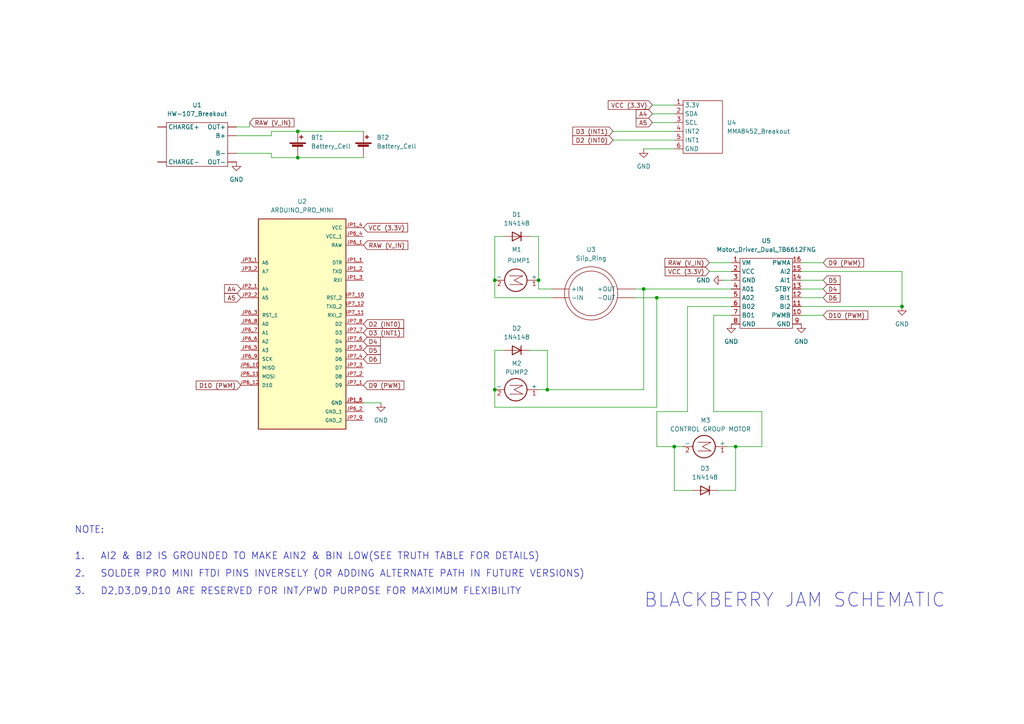
<source format=kicad_sch>
(kicad_sch (version 20211123) (generator eeschema)
  (paper "A4")
  (title_block (date "2022-04-17"))
  (lib_symbols
    (symbol "BlackberryJam_library:ARDUINO_PRO_MINI" (pin_names (offset 1.016))
      (property "Reference" "U" (at -1.27 31.75 0))
      (property "Value" "ARDUINO_PRO_MINI" (at -8.89 34.29 0))
      (symbol "ARDUINO_PRO_MINI_0_0"
        (rectangle (start -12.7 -30.48) (end 12.7 30.48) (stroke (width 0.254)) (fill (type background)))
        (pin input line (at 17.78 17.78 180) (length 5.08) (name "DTR") (number "JP1_1"))
        (pin bidirectional line (at 17.78 15.24 180) (length 5.08) (name "TXO") (number "JP1_2"))
        (pin bidirectional line (at 17.78 12.7 180) (length 5.08) (name "RXI") (number "JP1_3"))
        (pin power_in line (at 17.78 27.94 180) (length 5.08) (name "VCC") (number "JP1_4"))
        (pin power_in line (at 17.78 -22.86 180) (length 5.08) (name "GND") (number "JP1_5"))
        (pin power_in line (at 17.78 -22.86 180) (length 5.08) (name "GND") (number "JP1_6"))
        (pin bidirectional line (at -17.78 10.16 0) (length 5.08) (name "A4") (number "JP2_1"))
        (pin bidirectional line (at -17.78 7.62 0) (length 5.08) (name "A5") (number "JP2_2"))
        (pin input line (at -17.78 17.78 0) (length 5.08) (name "A6") (number "JP3_1"))
        (pin input line (at -17.78 15.24 0) (length 5.08) (name "A7") (number "JP3_2"))
        (pin power_in line (at 17.78 22.86 180) (length 5.08) (name "RAW") (number "JP6_1"))
        (pin bidirectional line (at -17.78 -12.7 0) (length 5.08) (name "MISO") (number "JP6_10"))
        (pin bidirectional line (at -17.78 -15.24 0) (length 5.08) (name "MOSI") (number "JP6_11"))
        (pin bidirectional line (at -17.78 -17.78 0) (length 5.08) (name "D10") (number "JP6_12"))
        (pin power_in line (at 17.78 -25.4 180) (length 5.08) (name "GND_1") (number "JP6_2"))
        (pin input line (at -17.78 2.54 0) (length 5.08) (name "RST_1") (number "JP6_3"))
        (pin power_in line (at 17.78 25.4 180) (length 5.08) (name "VCC_1") (number "JP6_4"))
        (pin bidirectional line (at -17.78 -7.62 0) (length 5.08) (name "A3") (number "JP6_5"))
        (pin bidirectional line (at -17.78 -5.08 0) (length 5.08) (name "A2") (number "JP6_6"))
        (pin bidirectional line (at -17.78 -2.54 0) (length 5.08) (name "A1") (number "JP6_7"))
        (pin bidirectional line (at -17.78 0 0) (length 5.08) (name "A0") (number "JP6_8"))
        (pin bidirectional line (at -17.78 -10.16 0) (length 5.08) (name "SCK") (number "JP6_9"))
        (pin bidirectional line (at 17.78 -17.78 180) (length 5.08) (name "D9") (number "JP7_1"))
        (pin input line (at 17.78 7.62 180) (length 5.08) (name "RST_2") (number "JP7_10"))
        (pin bidirectional line (at 17.78 2.54 180) (length 5.08) (name "RXI_2") (number "JP7_11"))
        (pin bidirectional line (at 17.78 5.08 180) (length 5.08) (name "TXO_2") (number "JP7_12"))
        (pin bidirectional line (at 17.78 -15.24 180) (length 5.08) (name "D8") (number "JP7_2"))
        (pin bidirectional line (at 17.78 -12.7 180) (length 5.08) (name "D7") (number "JP7_3"))
        (pin bidirectional line (at 17.78 -10.16 180) (length 5.08) (name "D6") (number "JP7_4"))
        (pin bidirectional line (at 17.78 -7.62 180) (length 5.08) (name "D5") (number "JP7_5"))
        (pin bidirectional line (at 17.78 -5.08 180) (length 5.08) (name "D4") (number "JP7_6"))
        (pin bidirectional line (at 17.78 -2.54 180) (length 5.08) (name "D3") (number "JP7_7"))
        (pin bidirectional line (at 17.78 0 180) (length 5.08) (name "D2") (number "JP7_8"))
        (pin power_in line (at 17.78 -27.94 180) (length 5.08) (name "GND_2") (number "JP7_9"))
      )
    )
    (symbol "BlackberryJam_library:HW-107_Breakout"
      (property "Reference" "U?" (at 0 11.43 0))
      (property "Value" "HW-107_Breakout" (at 0 8.89 0))
      (symbol "HW-107_Breakout_0_1"
        (rectangle (start -8.89 6.35) (end 8.89 -6.35))
      )
      (symbol "HW-107_Breakout_1_1"
        (pin input line (at 11.43 2.54 180) (length 2.54) (name "B+") (number ""))
        (pin input line (at 11.43 -2.54 180) (length 2.54) (name "B-") (number ""))
        (pin input line (at -11.43 5.08 0) (length 2.54) (name "CHARGE+") (number ""))
        (pin input line (at -11.43 -5.08 0) (length 2.54) (name "CHARGE-") (number ""))
        (pin output line (at 11.43 5.08 180) (length 2.54) (name "OUT+") (number ""))
        (pin output line (at 11.43 -5.08 180) (length 2.54) (name "OUT-") (number ""))
      )
    )
    (symbol "BlackberryJam_library:MMA8452_Breakout"
      (property "Reference" "U" (at 7.62 16.51 0))
      (property "Value" "MMA8452_Breakout" (at 7.62 19.05 0))
      (symbol "MMA8452_Breakout_0_1"
        (rectangle (start 2.54 15.24) (end 13.97 0))
      )
      (symbol "MMA8452_Breakout_1_1"
        (pin power_in line (at 0 13.97 0) (length 2.54) (name "3.3V") (number "1"))
        (pin input line (at 0 11.43 0) (length 2.54) (name "SDA") (number "2"))
        (pin input line (at 0 8.89 0) (length 2.54) (name "SCL") (number "3"))
        (pin input line (at 0 6.35 0) (length 2.54) (name "INT2") (number "4"))
        (pin input line (at 0 3.81 0) (length 2.54) (name "INT1") (number "5"))
        (pin input line (at 0 1.27 0) (length 2.54) (name "GND") (number "6"))
      )
    )
    (symbol "BlackberryJam_library:Motor_Driver_Dual_TB6612FNG"
      (property "Reference" "U5" (at 0 13.97 0))
      (property "Value" "Motor_Driver_Dual_TB6612FNG" (at 0 11.43 0))
      (symbol "Motor_Driver_Dual_TB6612FNG_0_1"
        (rectangle (start -7.62 8.89) (end 7.62 -11.43))
      )
      (symbol "Motor_Driver_Dual_TB6612FNG_1_1"
        (pin input line (at -10.16 7.62 0) (length 2.54) (name "VM") (number "1"))
        (pin input line (at 10.16 -7.62 180) (length 2.54) (name "PWMB") (number "10"))
        (pin input line (at 10.16 -5.08 180) (length 2.54) (name "BI2") (number "11"))
        (pin input line (at 10.16 -2.54 180) (length 2.54) (name "BI1") (number "12"))
        (pin input line (at 10.16 0 180) (length 2.54) (name "STBY") (number "13"))
        (pin input line (at 10.16 2.54 180) (length 2.54) (name "AI1") (number "14"))
        (pin input line (at 10.16 5.08 180) (length 2.54) (name "AI2") (number "15"))
        (pin input line (at 10.16 7.62 180) (length 2.54) (name "PWMA") (number "16"))
        (pin input line (at -10.16 5.08 0) (length 2.54) (name "VCC") (number "2"))
        (pin input line (at -10.16 2.54 0) (length 2.54) (name "GND") (number "3"))
        (pin input line (at -10.16 0 0) (length 2.54) (name "A01") (number "4"))
        (pin input line (at -10.16 -2.54 0) (length 2.54) (name "A02") (number "5"))
        (pin input line (at -10.16 -5.08 0) (length 2.54) (name "B02") (number "6"))
        (pin input line (at -10.16 -7.62 0) (length 2.54) (name "B01") (number "7"))
        (pin input line (at -10.16 -10.16 0) (length 2.54) (name "GND") (number "8"))
        (pin input line (at 10.16 -10.16 180) (length 2.54) (name "GND") (number "9"))
      )
    )
    (symbol "BlackberryJam_library:Slip_Ring"
      (property "Reference" "U" (at 0 10.16 0))
      (property "Value" "Slip_Ring" (at 0 12.7 0))
      (symbol "Slip_Ring_0_1"
        (circle (center 0 0) (radius 6.4758))
        (circle (center 0 0) (radius 7.7251))
      )
      (symbol "Slip_Ring_1_1"
        (pin input line (at -11.43 1.27 0) (length 5.08) (name "+IN") (number ""))
        (pin input line (at 12.7 1.27 180) (length 5.08) (name "+OUT") (number ""))
        (pin input line (at -11.43 -1.27 0) (length 5.08) (name "-IN") (number ""))
        (pin output line (at 12.7 -1.27 180) (length 5.08) (name "-OUT") (number ""))
      )
    )
    (symbol "Device:Battery_Cell" (pin_numbers hide) (pin_names (offset 0) hide)
      (property "Reference" "BT" (at 2.54 2.54 0))
      (property "Value" "Battery_Cell" (at 2.54 0 0))
      (symbol "Battery_Cell_0_1"
        (rectangle (start -2.286 1.778) (end 2.286 1.524) (fill (type outline)))
        (rectangle (start -1.5748 1.1938) (end 1.4732 0.6858) (fill (type outline)))
        (polyline (pts (xy 0 0.762) (xy 0 0)))
        (polyline (pts (xy 0 1.778) (xy 0 2.54)))
        (polyline (pts (xy 0.508 3.429) (xy 1.524 3.429)) (stroke (width 0.254)))
        (polyline (pts (xy 1.016 3.937) (xy 1.016 2.921)) (stroke (width 0.254)))
      )
      (symbol "Battery_Cell_1_1"
        (pin passive line (at 0 5.08 270) (length 2.54) (name "+") (number "1"))
        (pin passive line (at 0 -2.54 90) (length 2.54) (name "-") (number "2"))
      )
    )
    (symbol "Diode:1N4148" (pin_numbers hide) (pin_names (offset 1.016) hide)
      (property "Reference" "D" (at 0 2.54 0))
      (property "Value" "1N4148" (at 0 -2.54 0))
      (symbol "1N4148_0_1"
        (polyline (pts (xy -1.27 1.27) (xy -1.27 -1.27)) (stroke (width 0.254)))
        (polyline (pts (xy 1.27 0) (xy -1.27 0)))
        (polyline (pts (xy 1.27 1.27) (xy 1.27 -1.27) (xy -1.27 0) (xy 1.27 1.27)) (stroke (width 0.254)))
      )
      (symbol "1N4148_1_1"
        (pin passive line (at -3.81 0 0) (length 2.54) (name "K") (number "1"))
        (pin passive line (at 3.81 0 180) (length 2.54) (name "A") (number "2"))
      )
    )
    (symbol "Motor:Motor_DC" (pin_names (offset 0))
      (property "Reference" "M" (at 2.54 2.54 0))
      (property "Value" "Motor_DC" (at 2.54 -5.08 0))
      (symbol "Motor_DC_0_0"
        (polyline (pts (xy -1.27 -3.302) (xy -1.27 0.508) (xy 0 -2.032) (xy 1.27 0.508) (xy 1.27 -3.302)))
      )
      (symbol "Motor_DC_0_1"
        (circle (center 0 -1.524) (radius 3.2512) (stroke (width 0.254)))
        (polyline (pts (xy 0 -7.62) (xy 0 -7.112)))
        (polyline (pts (xy 0 -4.7752) (xy 0 -5.1816)))
        (polyline (pts (xy 0 1.7272) (xy 0 2.0828)))
        (polyline (pts (xy 0 2.032) (xy 0 2.54)))
      )
      (symbol "Motor_DC_1_1"
        (pin passive line (at 0 5.08 270) (length 2.54) (name "+") (number "1"))
        (pin passive line (at 0 -7.62 90) (length 2.54) (name "-") (number "2"))
      )
    )
    (symbol "power:GND" (power) (pin_names (offset 0))
      (property "Value" "GND" (at 0 -3.81 0))
      (symbol "GND_0_1"
        (polyline (pts (xy 0 0) (xy 0 -1.27) (xy 1.27 -1.27) (xy 0 -2.54) (xy -1.27 -1.27) (xy 0 -1.27)))
      )
      (symbol "GND_1_1"
        (pin power_in line (at 0 0 270) (length 0) hide (name "GND") (number "1"))
      )
    )
  )
  (junction (at 86.36 45.72))
  (junction (at 190.5 86.36))
  (junction (at 186.69 83.82))
  (junction (at 143.51 81.28))
  (junction (at 213.36 129.54))
  (junction (at 261.62 88.9))
  (junction (at 86.36 38.1))
  (junction (at 143.51 113.03))
  (junction (at 195.58 129.54))
  (junction (at 158.75 113.03))
  (junction (at 156.21 81.28))
  (wire (pts (xy 86.36 45.72) (xy 105.41 45.72)))
  (wire (pts (xy 209.55 81.28) (xy 212.09 81.28)))
  (wire (pts (xy 205.74 78.74) (xy 212.09 78.74)))
  (wire (pts (xy 184.15 83.82) (xy 186.69 83.82)))
  (wire (pts (xy 78.74 44.45) (xy 78.74 45.72)))
  (wire (pts (xy 195.58 129.54) (xy 198.12 129.54)))
  (wire (pts (xy 86.36 38.1) (xy 105.41 38.1)))
  (wire (pts (xy 190.5 86.36) (xy 212.09 86.36)))
  (wire (pts (xy 190.5 129.54) (xy 195.58 129.54)))
  (wire (pts (xy 156.21 68.58) (xy 156.21 81.28)))
  (wire (pts (xy 143.51 118.11) (xy 190.5 118.11)))
  (wire (pts (xy 78.74 38.1) (xy 86.36 38.1)))
  (wire (pts (xy 205.74 76.2) (xy 212.09 76.2)))
  (wire (pts (xy 156.21 113.03) (xy 158.75 113.03)))
  (wire (pts (xy 232.41 78.74) (xy 261.62 78.74)))
  (wire (pts (xy 207.01 119.38) (xy 207.01 91.44)))
  (wire (pts (xy 232.41 88.9) (xy 261.62 88.9)))
  (wire (pts (xy 220.98 119.38) (xy 220.98 129.54)))
  (wire (pts (xy 207.01 91.44) (xy 212.09 91.44)))
  (wire (pts (xy 232.41 91.44) (xy 238.76 91.44)))
  (wire (pts (xy 146.05 101.6) (xy 143.51 101.6)))
  (wire (pts (xy 105.41 116.84) (xy 110.49 116.84)))
  (wire (pts (xy 143.51 113.03) (xy 143.51 118.11)))
  (wire (pts (xy 78.74 39.37) (xy 78.74 38.1)))
  (wire (pts (xy 186.69 43.18) (xy 195.58 43.18)))
  (wire (pts (xy 160.02 83.82) (xy 156.21 83.82)))
  (wire (pts (xy 213.36 129.54) (xy 210.82 129.54)))
  (wire (pts (xy 199.39 88.9) (xy 199.39 119.38)))
  (wire (pts (xy 208.28 142.24) (xy 213.36 142.24)))
  (wire (pts (xy 68.58 36.83) (xy 72.39 36.83)))
  (wire (pts (xy 189.23 33.02) (xy 195.58 33.02)))
  (wire (pts (xy 153.67 101.6) (xy 158.75 101.6)))
  (wire (pts (xy 189.23 30.48) (xy 195.58 30.48)))
  (wire (pts (xy 158.75 101.6) (xy 158.75 113.03)))
  (wire (pts (xy 72.39 36.83) (xy 72.39 35.56)))
  (wire (pts (xy 195.58 142.24) (xy 195.58 129.54)))
  (wire (pts (xy 190.5 119.38) (xy 190.5 129.54)))
  (wire (pts (xy 156.21 83.82) (xy 156.21 81.28)))
  (wire (pts (xy 143.51 68.58) (xy 143.51 81.28)))
  (wire (pts (xy 232.41 76.2) (xy 238.76 76.2)))
  (wire (pts (xy 143.51 86.36) (xy 160.02 86.36)))
  (wire (pts (xy 189.23 35.56) (xy 195.58 35.56)))
  (wire (pts (xy 238.76 86.36) (xy 232.41 86.36)))
  (wire (pts (xy 143.51 81.28) (xy 143.51 86.36)))
  (wire (pts (xy 238.76 83.82) (xy 232.41 83.82)))
  (wire (pts (xy 153.67 68.58) (xy 156.21 68.58)))
  (wire (pts (xy 177.8 40.64) (xy 195.58 40.64)))
  (wire (pts (xy 68.58 39.37) (xy 78.74 39.37)))
  (wire (pts (xy 212.09 88.9) (xy 199.39 88.9)))
  (wire (pts (xy 200.66 142.24) (xy 195.58 142.24)))
  (wire (pts (xy 184.15 86.36) (xy 190.5 86.36)))
  (wire (pts (xy 78.74 45.72) (xy 86.36 45.72)))
  (wire (pts (xy 207.01 119.38) (xy 220.98 119.38)))
  (wire (pts (xy 68.58 44.45) (xy 78.74 44.45)))
  (wire (pts (xy 220.98 129.54) (xy 213.36 129.54)))
  (wire (pts (xy 146.05 68.58) (xy 143.51 68.58)))
  (wire (pts (xy 238.76 81.28) (xy 232.41 81.28)))
  (wire (pts (xy 186.69 83.82) (xy 212.09 83.82)))
  (wire (pts (xy 177.8 38.1) (xy 195.58 38.1)))
  (wire (pts (xy 186.69 113.03) (xy 186.69 83.82)))
  (wire (pts (xy 158.75 113.03) (xy 186.69 113.03)))
  (wire (pts (xy 190.5 118.11) (xy 190.5 86.36)))
  (wire (pts (xy 199.39 119.38) (xy 190.5 119.38)))
  (wire (pts (xy 261.62 78.74) (xy 261.62 88.9)))
  (wire (pts (xy 213.36 142.24) (xy 213.36 129.54)))
  (wire (pts (xy 143.51 101.6) (xy 143.51 113.03)))
  (text "1.	AI2 & BI2 IS GROUNDED TO MAKE AIN2 & BIN LOW(SEE TRUTH TABLE FOR DETAILS)" (at 21.59 162.56 0) (effects (font (size 2 2)) (justify left bottom)))
  (text "BLACKBERRY JAM SCHEMATIC" (at 186.69 176.53 0) (effects (font (size 4 4)) (justify left bottom)))
  (text "3.	D2,D3,D9,D10 ARE RESERVED FOR INT/PWD PURPOSE FOR MAXIMUM FLEXIBILITY" (at 21.59 172.72 0) (effects (font (size 2 2)) (justify left bottom)))
  (text "NOTE:" (at 21.59 154.94 0) (effects (font (size 2 2)) (justify left bottom)))
  (text "2.	SOLDER PRO MINI FTDI PINS INVERSELY (OR ADDING ALTERNATE PATH IN FUTURE VERSIONS)" (at 21.59 167.64 0) (effects (font (size 2 2)) (justify left bottom)))
  (global_label "D10 (PWM)" (shape input) (at 69.85 111.76 180) (property "Intersheet References" "${INTERSHEET_REFS}" (effects hide)))
  (global_label "D9 (PWM)" (shape input) (at 105.41 111.76 0) (property "Intersheet References" "${INTERSHEET_REFS}" (effects hide)))
  (global_label "A4" (shape input) (at 189.23 33.02 180) (property "Intersheet References" "${INTERSHEET_REFS}" (effects hide)))
  (global_label "D5" (shape input) (at 105.41 101.6 0) (property "Intersheet References" "${INTERSHEET_REFS}" (effects hide)))
  (global_label "A4" (shape input) (at 69.85 83.82 180) (property "Intersheet References" "${INTERSHEET_REFS}" (effects hide)))
  (global_label "D6" (shape input) (at 105.41 104.14 0) (property "Intersheet References" "${INTERSHEET_REFS}" (effects hide)))
  (global_label "D6" (shape input) (at 238.76 86.36 0) (property "Intersheet References" "${INTERSHEET_REFS}" (effects hide)))
  (global_label "D2 (INT0)" (shape input) (at 105.41 93.98 0) (property "Intersheet References" "${INTERSHEET_REFS}" (effects hide)))
  (global_label "D2 (INT0)" (shape input) (at 177.8 40.64 180) (property "Intersheet References" "${INTERSHEET_REFS}" (effects hide)))
  (global_label "A5" (shape input) (at 69.85 86.36 180) (property "Intersheet References" "${INTERSHEET_REFS}" (effects hide)))
  (global_label "VCC (3.3V)" (shape input) (at 105.41 66.04 0) (property "Intersheet References" "${INTERSHEET_REFS}" (effects hide)))
  (global_label "D4" (shape input) (at 105.41 99.06 0) (property "Intersheet References" "${INTERSHEET_REFS}" (effects hide)))
  (global_label "D3 (INT1)" (shape input) (at 105.41 96.52 0) (property "Intersheet References" "${INTERSHEET_REFS}" (effects hide)))
  (global_label "VCC (3.3V)" (shape input) (at 205.74 78.74 180) (property "Intersheet References" "${INTERSHEET_REFS}" (effects hide)))
  (global_label "VCC (3.3V)" (shape input) (at 189.23 30.48 180) (property "Intersheet References" "${INTERSHEET_REFS}" (effects hide)))
  (global_label "D10 (PWM)" (shape input) (at 238.76 91.44 0) (property "Intersheet References" "${INTERSHEET_REFS}" (effects hide)))
  (global_label "RAW (V_IN)" (shape input) (at 105.41 71.12 0) (property "Intersheet References" "${INTERSHEET_REFS}" (effects hide)))
  (global_label "D3 (INT1)" (shape input) (at 177.8 38.1 180) (property "Intersheet References" "${INTERSHEET_REFS}" (effects hide)))
  (global_label "RAW (V_IN)" (shape input) (at 205.74 76.2 180) (property "Intersheet References" "${INTERSHEET_REFS}" (effects hide)))
  (global_label "D5" (shape input) (at 238.76 81.28 0) (property "Intersheet References" "${INTERSHEET_REFS}" (effects hide)))
  (global_label "D9 (PWM)" (shape input) (at 238.76 76.2 0) (property "Intersheet References" "${INTERSHEET_REFS}" (effects hide)))
  (global_label "A5" (shape input) (at 189.23 35.56 180) (property "Intersheet References" "${INTERSHEET_REFS}" (effects hide)))
  (global_label "RAW (V_IN)" (shape input) (at 72.39 35.56 0) (property "Intersheet References" "${INTERSHEET_REFS}" (effects hide)))
  (global_label "D4" (shape input) (at 238.76 83.82 0) (property "Intersheet References" "${INTERSHEET_REFS}" (effects hide)))
  (symbol (lib_id "Diode:1N4148") (at 204.47 142.24 180) (unit 1)
    (property "Reference" "D3" (at 204.47 135.89 0))
    (property "Value" "1N4148" (at 204.47 138.43 0))
    (property "Footprint" "Diode_THT:D_DO-35_SOD27_P7.62mm_Horizontal" (effects hide))
    (property "Datasheet" "https://assets.nexperia.com/documents/data-sheet/1N4148_1N4448.pdf" (effects hide))
  )
  (symbol (lib_id "power:GND") (at 212.09 93.98 0) (unit 1)
    (property "Reference" "#PWR0101" (effects hide))
    (property "Value" "GND" (at 212.09 99.06 0))
  )
  (symbol (lib_id "Diode:1N4148") (at 149.86 101.6 180) (unit 1)
    (property "Reference" "D2" (at 149.86 95.25 0))
    (property "Value" "1N4148" (at 149.86 97.79 0))
    (property "Footprint" "Diode_THT:D_DO-35_SOD27_P7.62mm_Horizontal" (effects hide))
    (property "Datasheet" "https://assets.nexperia.com/documents/data-sheet/1N4148_1N4448.pdf" (effects hide))
  )
  (symbol (lib_id "Device:Battery_Cell") (at 105.41 43.18 0) (unit 1)
    (property "Reference" "BT2" (at 109.22 39.8779 0) (effects (justify left)))
    (property "Value" "Battery_Cell" (at 109.22 42.4179 0) (effects (justify left)))
  )
  (symbol (lib_id "power:GND") (at 110.49 116.84 0) (unit 1)
    (property "Reference" "#PWR0106" (effects hide))
    (property "Value" "GND" (at 110.49 121.92 0))
  )
  (symbol (lib_id "BlackberryJam_library:Slip_Ring") (at 171.45 85.09 0) (unit 1)
    (property "Reference" "U3" (at 171.45 72.39 0))
    (property "Value" "Slip_Ring" (at 171.45 74.93 0))
  )
  (symbol (lib_id "power:GND") (at 232.41 93.98 0) (unit 1)
    (property "Reference" "#PWR0103" (effects hide))
    (property "Value" "GND" (at 232.41 99.06 0))
  )
  (symbol (lib_id "power:GND") (at 186.69 43.18 0) (unit 1)
    (property "Reference" "#PWR0105" (effects hide))
    (property "Value" "GND" (at 186.69 48.26 0))
  )
  (symbol (lib_id "Device:Battery_Cell") (at 86.36 43.18 0) (unit 1)
    (property "Reference" "BT1" (at 90.17 39.8779 0) (effects (justify left)))
    (property "Value" "Battery_Cell" (at 90.17 42.4179 0) (effects (justify left)))
  )
  (symbol (lib_id "Motor:Motor_DC") (at 151.13 113.03 270) (mirror x) (unit 1)
    (property "Reference" "M2" (at 149.86 105.41 90))
    (property "Value" "PUMP2" (at 149.86 107.95 90))
  )
  (symbol (lib_id "power:GND") (at 261.62 88.9 0) (unit 1)
    (property "Reference" "#PWR0102" (effects hide))
    (property "Value" "GND" (at 261.62 93.98 0))
  )
  (symbol (lib_id "power:GND") (at 68.58 46.99 0) (unit 1)
    (property "Reference" "#PWR0107" (effects hide))
    (property "Value" "GND" (at 68.58 52.07 0))
  )
  (symbol (lib_id "BlackberryJam_library:Motor_Driver_Dual_TB6612FNG") (at 222.25 83.82 0) (unit 1)
    (property "Reference" "U5" (at 222.25 69.85 0))
    (property "Value" "Motor_Driver_Dual_TB6612FNG" (at 222.25 72.39 0))
    (property "Footprint" "BlackberryJam_footprint:Dual_Motor_Driver" (effects hide))
  )
  (symbol (lib_id "BlackberryJam_library:ARDUINO_PRO_MINI") (at 87.63 93.98 0) (unit 1)
    (property "Reference" "U2" (at 87.63 58.42 0))
    (property "Value" "ARDUINO_PRO_MINI" (at 87.63 60.96 0))
    (property "Footprint" "BlackberryJam_footprint:ARDUINO_PRO_MINI" (effects hide))
    (property "PARTREV" "N/A" (effects hide))
    (property "MANUFACTURER" "SparkFun Electronics" (effects hide))
    (property "MAXIMUM_PACKAGE_HEIGHT" "N/A" (effects hide))
    (property "STANDARD" "Manufacturer Recommendations" (effects hide))
  )
  (symbol (lib_id "Motor:Motor_DC") (at 151.13 81.28 270) (mirror x) (unit 1)
    (property "Reference" "M1" (at 149.86 72.39 90))
    (property "Value" "PUMP1" (at 150.495 75.565 90))
  )
  (symbol (lib_id "power:GND") (at 209.55 81.28 270) (unit 1)
    (property "Reference" "#PWR0104" (effects hide))
    (property "Value" "GND" (at 201.93 81.28 90) (effects (justify left)))
  )
  (symbol (lib_id "BlackberryJam_library:MMA8452_Breakout") (at 195.58 44.45 0) (unit 1)
    (property "Reference" "U4" (at 210.82 35.5599 0) (effects (justify left)))
    (property "Value" "MMA8452_Breakout" (at 210.82 38.0999 0) (effects (justify left)))
    (property "Footprint" "BlackberryJam_footprint:MMA8452Q_Breakout" (effects hide))
  )
  (symbol (lib_id "Motor:Motor_DC") (at 205.74 129.54 270) (mirror x) (unit 1)
    (property "Reference" "M3" (at 203.2 121.92 90) (effects (justify left)))
    (property "Value" "CONTROL GROUP MOTOR" (at 194.31 124.46 90) (effects (justify left)))
  )
  (symbol (lib_id "Diode:1N4148") (at 149.86 68.58 180) (unit 1)
    (property "Reference" "D1" (at 149.86 62.23 0))
    (property "Value" "1N4148" (at 149.86 64.77 0))
    (property "Footprint" "Diode_THT:D_DO-35_SOD27_P7.62mm_Horizontal" (effects hide))
    (property "Datasheet" "https://assets.nexperia.com/documents/data-sheet/1N4148_1N4448.pdf" (effects hide))
  )
  (symbol (lib_id "BlackberryJam_library:HW-107_Breakout") (at 57.15 41.91 0) (unit 1)
    (property "Reference" "U1" (at 57.15 30.48 0))
    (property "Value" "HW-107_Breakout" (at 57.15 33.02 0))
  )
)
</source>
